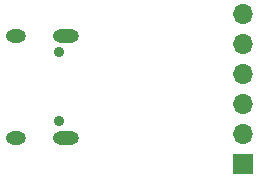
<source format=gbr>
%TF.GenerationSoftware,KiCad,Pcbnew,5.1.10*%
%TF.CreationDate,2021-06-17T01:01:51-05:00*%
%TF.ProjectId,usbttl,75736274-746c-42e6-9b69-6361645f7063,rev?*%
%TF.SameCoordinates,Original*%
%TF.FileFunction,Soldermask,Bot*%
%TF.FilePolarity,Negative*%
%FSLAX46Y46*%
G04 Gerber Fmt 4.6, Leading zero omitted, Abs format (unit mm)*
G04 Created by KiCad (PCBNEW 5.1.10) date 2021-06-17 01:01:51*
%MOMM*%
%LPD*%
G01*
G04 APERTURE LIST*
%ADD10O,1.700000X1.700000*%
%ADD11R,1.700000X1.700000*%
%ADD12C,0.609600*%
%ADD13O,1.701800X1.117600*%
%ADD14O,2.209800X1.117600*%
%ADD15C,0.914400*%
G04 APERTURE END LIST*
D10*
%TO.C,J2*%
X110490000Y-83947000D03*
X110490000Y-86487000D03*
X110490000Y-89027000D03*
X110490000Y-91567000D03*
X110490000Y-94107000D03*
D11*
X110490000Y-96647000D03*
%TD*%
D12*
%TO.C,J1*%
X91004900Y-94438195D03*
D13*
X91297000Y-85798161D03*
D12*
X91004900Y-85798161D03*
D14*
X95477000Y-94438225D03*
D13*
X91297000Y-94438195D03*
D15*
X94947000Y-93008192D03*
X94947000Y-87228194D03*
D12*
X94930900Y-94438225D03*
X96023100Y-94438225D03*
X91589100Y-94438195D03*
X91589100Y-85798161D03*
D14*
X95477000Y-85798161D03*
D12*
X94930900Y-85798161D03*
X96023100Y-85798161D03*
%TD*%
M02*

</source>
